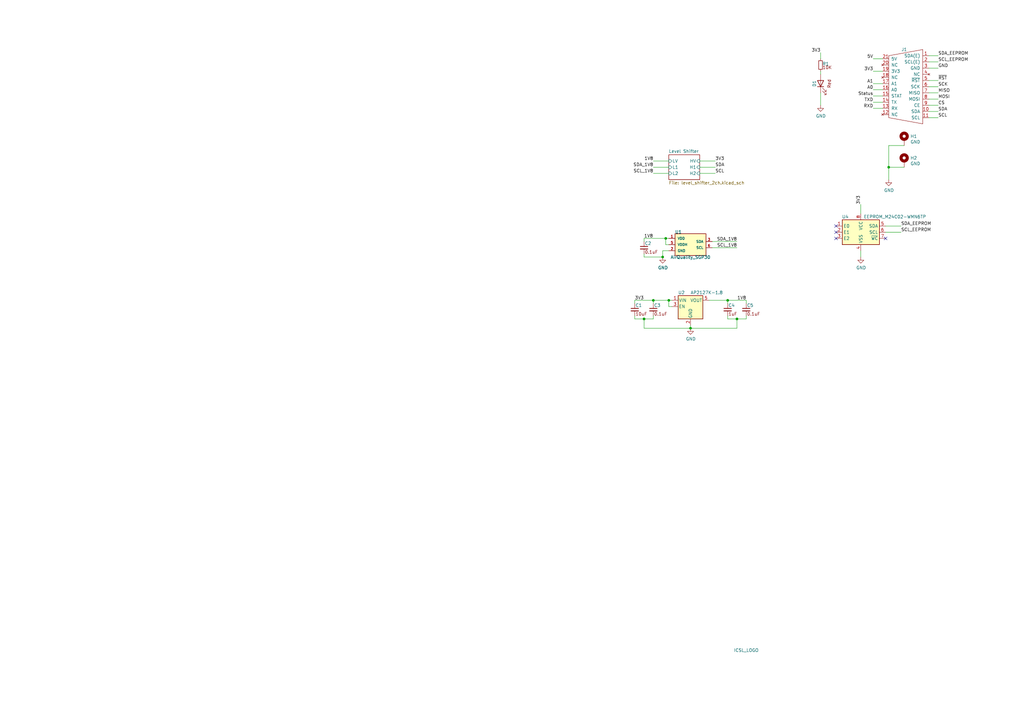
<source format=kicad_sch>
(kicad_sch (version 20211123) (generator eeschema)
  (paper "A3")
  (lib_symbols
    (symbol "ICSL:Amphenol_91911-31321_plug" (pin_names (offset 1.016))
      (property "Reference" "J" (at 0 12.7 0))
      (symbol "Amphenol_91911-31321_plug_0_1"
        (polyline (pts (xy 7.62 -17.78) (xy 7.62 12.7)))
        (polyline (pts (xy 7.62 12.7) (xy -6.35 10.16) (xy -6.35 -15.24) (xy 7.62 -17.78)))
      )
      (symbol "Amphenol_91911-31321_plug_1_1"
        (pin bidirectional line (at 10.16 10.16 180) (length 2.54) (name "SDA(E)") (number "1"))
        (pin bidirectional line (at 10.16 -12.7 180) (length 2.54) (name "SDA") (number "10"))
        (pin output line (at 10.16 -15.24 180) (length 2.54) (name "SCL") (number "11"))
        (pin no_connect line (at -8.89 -13.97 0) (length 2.54) (name "NC") (number "12"))
        (pin input line (at -8.89 -11.43 0) (length 2.54) (name "RX") (number "13"))
        (pin output line (at -8.89 -8.89 0) (length 2.54) (name "TX") (number "14"))
        (pin input line (at -8.89 -6.35 0) (length 2.54) (name "STAT") (number "15"))
        (pin input line (at -8.89 -3.81 0) (length 2.54) (name "A0") (number "16"))
        (pin input line (at -8.89 -1.27 0) (length 2.54) (name "A1") (number "17"))
        (pin no_connect line (at -8.89 1.27 0) (length 2.54) (name "NC") (number "18"))
        (pin power_out line (at -8.89 3.81 0) (length 2.54) (name "3V3") (number "19"))
        (pin output line (at 10.16 7.62 180) (length 2.54) (name "SCL(E)") (number "2"))
        (pin no_connect line (at -8.89 6.35 0) (length 2.54) (name "NC") (number "20"))
        (pin power_out line (at -8.89 8.89 0) (length 2.54) (name "5V") (number "21"))
        (pin power_out line (at 10.16 5.08 180) (length 2.54) (name "GND") (number "3"))
        (pin no_connect line (at 10.16 2.54 180) (length 2.54) (name "NC") (number "4"))
        (pin output line (at 10.16 0 180) (length 2.54) (name "~{RST}") (number "5"))
        (pin output line (at 10.16 -2.54 180) (length 2.54) (name "SCK") (number "6"))
        (pin input line (at 10.16 -5.08 180) (length 2.54) (name "MISO") (number "7"))
        (pin output line (at 10.16 -7.62 180) (length 2.54) (name "MOSI") (number "8"))
        (pin output line (at 10.16 -10.16 180) (length 2.54) (name "CE") (number "9"))
      )
    )
    (symbol "ICSL:ICSL_LOGO"
      (property "Value" "ICSL_LOGO" (at 0 0 0))
    )
    (symbol "Mechanical:MountingHole_Pad" (pin_numbers hide) (pin_names (offset 1.016) hide)
      (property "Reference" "H" (at 0 6.35 0))
      (property "Value" "MountingHole_Pad" (at 0 4.445 0))
      (symbol "MountingHole_Pad_0_1"
        (circle (center 0 1.27) (radius 1.27) (stroke (width 1.27)))
      )
      (symbol "MountingHole_Pad_1_1"
        (pin input line (at 0 -2.54 90) (length 2.54) (name "1") (number "1"))
      )
    )
    (symbol "jlcsmt-ic:EEPROM_M24C02-WMN6TP"
      (property "Reference" "U" (at -6.35 6.35 0))
      (property "Value" "EEPROM_M24C02-WMN6TP" (at 13.97 6.35 0))
      (symbol "EEPROM_M24C02-WMN6TP_0_1"
        (rectangle (start -7.62 5.08) (end 7.62 -5.08) (stroke (width 0.254)) (fill (type background)))
      )
      (symbol "EEPROM_M24C02-WMN6TP_1_1"
        (pin input line (at -10.16 2.54 0) (length 2.54) (name "E0") (number "1"))
        (pin input line (at -10.16 0 0) (length 2.54) (name "E1") (number "2"))
        (pin input line (at -10.16 -2.54 0) (length 2.54) (name "E2") (number "3"))
        (pin power_in line (at 0 -7.62 90) (length 2.54) (name "VSS") (number "4"))
        (pin bidirectional line (at 10.16 2.54 180) (length 2.54) (name "SDA") (number "5"))
        (pin input line (at 10.16 0 180) (length 2.54) (name "SCL") (number "6"))
        (pin input line (at 10.16 -2.54 180) (length 2.54) (name "~{WC}") (number "7"))
        (pin power_in line (at 0 7.62 270) (length 2.54) (name "VCC") (number "8"))
      )
    )
    (symbol "jlcsmt-rcl:C_0402_0.1uF_16V" (pin_numbers hide) (pin_names (offset 0.254) hide)
      (property "Reference" "C" (at 0.254 1.778 0))
      (symbol "C_0402_0.1uF_16V_0_0"
        (text "0.1uF" (at 0.254 -1.778 0) (effects (font (size 1.27 1.27)) (justify left)))
      )
      (symbol "C_0402_0.1uF_16V_0_1"
        (polyline (pts (xy -1.524 -0.508) (xy 1.524 -0.508)) (stroke (width 0.3302)))
        (polyline (pts (xy -1.524 0.508) (xy 1.524 0.508)) (stroke (width 0.3048)))
      )
      (symbol "C_0402_0.1uF_16V_1_1"
        (pin passive line (at 0 2.54 270) (length 2.032) (name "~") (number "1"))
        (pin passive line (at 0 -2.54 90) (length 2.032) (name "~") (number "2"))
      )
    )
    (symbol "jlcsmt-rcl:C_0402_1uF_25V" (pin_numbers hide) (pin_names (offset 0.254) hide)
      (property "Reference" "C" (at 0.254 1.778 0))
      (symbol "C_0402_1uF_25V_0_0"
        (text "1uF" (at 0.254 -1.778 0) (effects (font (size 1.27 1.27)) (justify left)))
      )
      (symbol "C_0402_1uF_25V_0_1"
        (polyline (pts (xy -1.524 -0.508) (xy 1.524 -0.508)) (stroke (width 0.3302)))
        (polyline (pts (xy -1.524 0.508) (xy 1.524 0.508)) (stroke (width 0.3048)))
      )
      (symbol "C_0402_1uF_25V_1_1"
        (pin passive line (at 0 2.54 270) (length 2.032) (name "~") (number "1"))
        (pin passive line (at 0 -2.54 90) (length 2.032) (name "~") (number "2"))
      )
    )
    (symbol "jlcsmt-rcl:C_0603_10uF_10V" (pin_numbers hide) (pin_names (offset 0.254) hide)
      (property "Reference" "C" (at 0.254 1.778 0))
      (symbol "C_0603_10uF_10V_0_0"
        (text "10uF" (at 0.254 -1.778 0) (effects (font (size 1.27 1.27)) (justify left)))
      )
      (symbol "C_0603_10uF_10V_0_1"
        (polyline (pts (xy -1.524 -0.508) (xy 1.524 -0.508)) (stroke (width 0.3302)))
        (polyline (pts (xy -1.524 0.508) (xy 1.524 0.508)) (stroke (width 0.3048)))
      )
      (symbol "C_0603_10uF_10V_1_1"
        (pin passive line (at 0 2.54 270) (length 2.032) (name "~") (number "1"))
        (pin passive line (at 0 -2.54 90) (length 2.032) (name "~") (number "2"))
      )
    )
    (symbol "jlcsmt-rcl:LED_0603_Red" (pin_numbers hide) (pin_names (offset 1.016) hide)
      (property "Reference" "D" (at 0 2.54 0))
      (symbol "LED_0603_Red_0_0"
        (text "Red" (at 0 -3.556 0) (effects (font (size 1.27 1.27))))
      )
      (symbol "LED_0603_Red_0_1"
        (polyline (pts (xy -1.27 -1.27) (xy -1.27 1.27)) (stroke (width 0.254)))
        (polyline (pts (xy -1.27 0) (xy 1.27 0)))
        (polyline (pts (xy 1.27 -1.27) (xy 1.27 1.27) (xy -1.27 0) (xy 1.27 -1.27)) (stroke (width 0.254)))
        (polyline (pts (xy -3.048 -0.762) (xy -4.572 -2.286) (xy -3.81 -2.286) (xy -4.572 -2.286) (xy -4.572 -1.524)))
        (polyline (pts (xy -1.778 -0.762) (xy -3.302 -2.286) (xy -2.54 -2.286) (xy -3.302 -2.286) (xy -3.302 -1.524)))
      )
      (symbol "LED_0603_Red_1_1"
        (pin passive line (at -3.81 0 0) (length 2.54) (name "K") (number "1"))
        (pin passive line (at 3.81 0 180) (length 2.54) (name "A") (number "2"))
      )
    )
    (symbol "jlcsmt-rcl:R_0402_10K" (pin_numbers hide) (pin_names (offset 0.254) hide)
      (property "Reference" "R" (at 0.762 0.508 0))
      (symbol "R_0402_10K_0_0"
        (text "10K" (at 0.762 -1.016 0) (effects (font (size 1.27 1.27)) (justify left)))
      )
      (symbol "R_0402_10K_0_1"
        (rectangle (start -0.762 1.778) (end 0.762 -1.778) (stroke (width 0.2032)))
      )
      (symbol "R_0402_10K_1_1"
        (pin passive line (at 0 2.54 270) (length 0.762) (name "~") (number "1"))
        (pin passive line (at 0 -2.54 90) (length 0.762) (name "~") (number "2"))
      )
    )
    (symbol "jlcsmt-regulator:AP2127K-1.8" (pin_names (offset 0.254))
      (property "Reference" "U" (at -5.08 5.715 0))
      (property "Value" "AP2127K-1.8" (at 0 5.715 0))
      (symbol "AP2127K-1.8_0_1"
        (rectangle (start -5.08 4.445) (end 5.08 -5.08) (stroke (width 0.254)) (fill (type background)))
      )
      (symbol "AP2127K-1.8_1_1"
        (pin power_in line (at -7.62 2.54 0) (length 2.54) (name "VIN") (number "1"))
        (pin power_in line (at 0 -7.62 90) (length 2.54) (name "GND") (number "2"))
        (pin input line (at -7.62 0 0) (length 2.54) (name "EN") (number "3"))
        (pin no_connect line (at 5.08 0 180) (length 2.54) hide (name "NC") (number "4"))
        (pin power_out line (at 7.62 2.54 180) (length 2.54) (name "VOUT") (number "5"))
      )
    )
    (symbol "jlcsmt-sensors:AirQuality_SGP30" (pin_names (offset 1.016))
      (property "Reference" "U" (at -6.35 4.445 0))
      (property "Value" "AirQuality_SGP30" (at 0 -4.445 0))
      (symbol "AirQuality_SGP30_0_0"
        (rectangle (start -6.35 4.445) (end 6.35 -4.445) (stroke (width 0.254)) (fill (type background)))
        (pin power_in line (at -8.89 2.54 0) (length 2.54) (name "VDD") (number "1"))
        (pin power_in line (at -8.89 -2.54 0) (length 2.54) (name "GND") (number "2"))
        (pin bidirectional line (at 8.89 1.27 180) (length 2.54) (name "SDA") (number "3"))
        (pin power_in line (at -8.89 -2.54 0) (length 2.54) hide (name "R") (number "4"))
        (pin power_in line (at -8.89 0 0) (length 2.54) (name "VDDH") (number "5"))
        (pin input line (at 8.89 -1.27 180) (length 2.54) (name "SCL") (number "6"))
        (pin power_in line (at -8.89 -2.54 0) (length 2.54) hide (name "EPAD") (number "7"))
      )
    )
    (symbol "power:GND" (power) (pin_names (offset 0))
      (property "Value" "GND" (at 0 -3.81 0))
      (symbol "GND_0_1"
        (polyline (pts (xy 0 0) (xy 0 -1.27) (xy 1.27 -1.27) (xy 0 -2.54) (xy -1.27 -1.27) (xy 0 -1.27)))
      )
      (symbol "GND_1_1"
        (pin power_in line (at 0 0 270) (length 0) hide (name "GND") (number "1"))
      )
    )
  )
  (junction (at 364.49 68.58))
  (junction (at 302.26 130.81))
  (junction (at 264.16 130.81))
  (junction (at 283.21 134.62))
  (junction (at 271.78 105.41))
  (junction (at 273.05 97.79))
  (junction (at 298.45 123.19))
  (junction (at 267.97 123.19))
  (junction (at 274.32 123.19))
  (no_connect (at 363.22 97.79))
  (no_connect (at 342.9 97.79))
  (no_connect (at 342.9 92.71))
  (no_connect (at 342.9 95.25))
  (wire (pts (xy 290.83 123.19) (xy 298.45 123.19)))
  (wire (pts (xy 267.97 130.81) (xy 267.97 129.54)))
  (wire (pts (xy 264.16 97.79) (xy 273.05 97.79)))
  (wire (pts (xy 358.14 29.21) (xy 361.95 29.21)))
  (wire (pts (xy 264.16 99.06) (xy 264.16 97.79)))
  (wire (pts (xy 364.49 73.66) (xy 364.49 68.58)))
  (wire (pts (xy 358.14 41.91) (xy 361.95 41.91)))
  (wire (pts (xy 264.16 134.62) (xy 283.21 134.62)))
  (wire (pts (xy 298.45 123.19) (xy 298.45 124.46)))
  (wire (pts (xy 287.02 66.04) (xy 293.37 66.04)))
  (wire (pts (xy 306.07 129.54) (xy 306.07 130.81)))
  (wire (pts (xy 381 22.86) (xy 384.81 22.86)))
  (wire (pts (xy 273.05 100.33) (xy 273.05 97.79)))
  (wire (pts (xy 264.16 105.41) (xy 271.78 105.41)))
  (wire (pts (xy 274.32 102.87) (xy 271.78 102.87)))
  (wire (pts (xy 363.22 92.71) (xy 369.57 92.71)))
  (wire (pts (xy 260.35 124.46) (xy 260.35 123.19)))
  (wire (pts (xy 358.14 44.45) (xy 361.95 44.45)))
  (wire (pts (xy 264.16 130.81) (xy 264.16 134.62)))
  (wire (pts (xy 260.35 129.54) (xy 260.35 130.81)))
  (wire (pts (xy 302.26 130.81) (xy 306.07 130.81)))
  (wire (pts (xy 364.49 59.69) (xy 370.84 59.69)))
  (wire (pts (xy 381 43.18) (xy 384.81 43.18)))
  (wire (pts (xy 267.97 123.19) (xy 267.97 124.46)))
  (wire (pts (xy 264.16 130.81) (xy 267.97 130.81)))
  (wire (pts (xy 381 35.56) (xy 384.81 35.56)))
  (wire (pts (xy 381 45.72) (xy 384.81 45.72)))
  (wire (pts (xy 283.21 134.62) (xy 302.26 134.62)))
  (wire (pts (xy 267.97 66.04) (xy 274.32 66.04)))
  (wire (pts (xy 273.05 97.79) (xy 274.32 97.79)))
  (wire (pts (xy 271.78 102.87) (xy 271.78 105.41)))
  (wire (pts (xy 298.45 129.54) (xy 298.45 130.81)))
  (wire (pts (xy 381 27.94) (xy 384.81 27.94)))
  (wire (pts (xy 267.97 71.12) (xy 274.32 71.12)))
  (wire (pts (xy 306.07 124.46) (xy 306.07 123.19)))
  (wire (pts (xy 274.32 100.33) (xy 273.05 100.33)))
  (wire (pts (xy 287.02 71.12) (xy 293.37 71.12)))
  (wire (pts (xy 283.21 133.35) (xy 283.21 134.62)))
  (wire (pts (xy 267.97 68.58) (xy 274.32 68.58)))
  (wire (pts (xy 381 40.64) (xy 384.81 40.64)))
  (wire (pts (xy 260.35 123.19) (xy 267.97 123.19)))
  (wire (pts (xy 302.26 134.62) (xy 302.26 130.81)))
  (wire (pts (xy 358.14 34.29) (xy 361.95 34.29)))
  (wire (pts (xy 292.1 101.6) (xy 302.26 101.6)))
  (wire (pts (xy 364.49 68.58) (xy 370.84 68.58)))
  (wire (pts (xy 381 38.1) (xy 384.81 38.1)))
  (wire (pts (xy 381 33.02) (xy 384.81 33.02)))
  (wire (pts (xy 381 48.26) (xy 384.81 48.26)))
  (wire (pts (xy 364.49 68.58) (xy 364.49 59.69)))
  (wire (pts (xy 358.14 24.13) (xy 361.95 24.13)))
  (wire (pts (xy 287.02 68.58) (xy 293.37 68.58)))
  (wire (pts (xy 264.16 105.41) (xy 264.16 104.14)))
  (wire (pts (xy 358.14 36.83) (xy 361.95 36.83)))
  (wire (pts (xy 381 25.4) (xy 384.81 25.4)))
  (wire (pts (xy 274.32 123.19) (xy 274.32 125.73)))
  (wire (pts (xy 336.55 29.21) (xy 336.55 30.48)))
  (wire (pts (xy 363.22 95.25) (xy 369.57 95.25)))
  (wire (pts (xy 260.35 130.81) (xy 264.16 130.81)))
  (wire (pts (xy 274.32 123.19) (xy 275.59 123.19)))
  (wire (pts (xy 292.1 99.06) (xy 302.26 99.06)))
  (wire (pts (xy 358.14 39.37) (xy 361.95 39.37)))
  (wire (pts (xy 353.06 105.41) (xy 353.06 102.87)))
  (wire (pts (xy 336.55 43.18) (xy 336.55 38.1)))
  (wire (pts (xy 298.45 130.81) (xy 302.26 130.81)))
  (wire (pts (xy 267.97 123.19) (xy 274.32 123.19)))
  (wire (pts (xy 336.55 21.59) (xy 336.55 24.13)))
  (wire (pts (xy 298.45 123.19) (xy 306.07 123.19)))
  (wire (pts (xy 275.59 125.73) (xy 274.32 125.73)))
  (wire (pts (xy 353.06 83.82) (xy 353.06 87.63)))
  (label "1V8" (at 264.16 97.79 0))
  (label "SDA_EEPROM" (at 369.57 92.71 0))
  (label "SDA_EEPROM" (at 384.81 22.86 0))
  (label "1V8" (at 306.07 123.19 180))
  (label "3V3" (at 293.37 66.04 0))
  (label "SCL_1V8" (at 302.26 101.6 180))
  (label "3V3" (at 358.14 29.21 180))
  (label "SDA_1V8" (at 302.26 99.06 180))
  (label "SCK" (at 384.81 35.56 0))
  (label "GND" (at 384.81 27.94 0))
  (label "3V3" (at 353.06 83.82 90))
  (label "A0" (at 358.14 36.83 180))
  (label "MOSI" (at 384.81 40.64 0))
  (label "~{RST}" (at 384.81 33.02 0))
  (label "5V" (at 358.14 24.13 180))
  (label "MISO" (at 384.81 38.1 0))
  (label "A1" (at 358.14 34.29 180))
  (label "SDA" (at 384.81 45.72 0))
  (label "CS" (at 384.81 43.18 0))
  (label "SCL_1V8" (at 267.97 71.12 180))
  (label "TXD" (at 358.14 41.91 180))
  (label "Status" (at 358.14 39.37 180))
  (label "3V3" (at 260.35 123.19 0))
  (label "RXD" (at 358.14 44.45 180))
  (label "SCL" (at 293.37 71.12 0))
  (label "3V3" (at 336.55 21.59 180))
  (label "SCL_EEPROM" (at 384.81 25.4 0))
  (label "SCL" (at 384.81 48.26 0))
  (label "SCL_EEPROM" (at 369.57 95.25 0))
  (label "SDA" (at 293.37 68.58 0))
  (label "1V8" (at 267.97 66.04 180))
  (label "SDA_1V8" (at 267.97 68.58 180))
  (symbol (lib_id "Mechanical:MountingHole_Pad") (at 370.84 57.15 0) (unit 1)
    (property "Reference" "H1" (at 373.38 55.9054 0) (effects (justify left)))
    (property "Value" "GND" (at 373.38 58.2168 0) (effects (justify left)))
    (property "Footprint" "ICSL:M1502-B-2545-AL-TOP" (effects hide))
  )
  (symbol (lib_id "Mechanical:MountingHole_Pad") (at 370.84 66.04 0) (unit 1)
    (property "Reference" "H2" (at 373.38 64.7954 0) (effects (justify left)))
    (property "Value" "GND" (at 373.38 67.1068 0) (effects (justify left)))
    (property "Footprint" "ICSL:M1502-B-2545-AL-TOP" (effects hide))
  )
  (symbol (lib_id "power:GND") (at 364.49 73.66 0) (unit 1)
    (property "Reference" "#PWR05" (effects hide))
    (property "Value" "GND" (at 364.617 78.0542 0))
  )
  (symbol (lib_id "ICSL:Amphenol_91911-31321_plug") (at 370.84 33.02 0) (unit 1)
    (property "Reference" "J1" (at 370.84 20.32 0))
    (property "Value" "Amphenol_91911-31321_plug" (effects hide))
    (property "Footprint" "ICSL:Amphenol_91911-31321LF_PLUG" (effects hide))
    (property "Datasheet" "https://cdn.amphenol-icc.com/media/wysiwyg/files/drawing/91900.pdf" (effects hide))
    (property "LCSC" "C9900009023" (effects hide))
  )
  (symbol (lib_id "power:GND") (at 336.55 43.18 0) (unit 1)
    (property "Reference" "#PWR03" (effects hide))
    (property "Value" "GND" (at 336.677 47.5742 0))
  )
  (symbol (lib_id "jlcsmt-rcl:R_0402_10K") (at 336.55 26.67 0) (unit 1)
    (property "Reference" "R1" (at 337.312 26.162 0) (effects (justify left)))
    (property "Value" "R_0402_10K" (effects hide))
    (property "Footprint" "Resistor_SMD:R_0402_1005Metric" (effects hide))
    (property "Datasheet" "https://datasheet.lcsc.com/lcsc/2110260030_UNI-ROYAL-Uniroyal-Elec-0402WGF1002TCE_C25744.pdf" (effects hide))
    (property "MFR" "UNI-ROYAL(Uniroyal Elec)" (effects hide))
    (property "MFR Part#" "0402WGF1002TCE" (effects hide))
    (property "LCSC" "C25744" (effects hide))
  )
  (symbol (lib_id "jlcsmt-rcl:C_0402_1uF_25V") (at 298.45 127 0) (unit 1)
    (property "Reference" "C4" (at 298.704 125.222 0) (effects (justify left)))
    (property "Value" "C_0402_1uF_25V" (effects hide))
    (property "Footprint" "Capacitor_SMD:C_0402_1005Metric" (effects hide))
    (property "Datasheet" "https://datasheet.lcsc.com/lcsc/1811091611_Samsung-Electro-Mechanics-CL05A105KA5NQNC_C52923.pdf" (effects hide))
    (property "MFR" "Samsung Electro-Mechanics" (effects hide))
    (property "MFR Part#" "CL05A105KA5NQNC" (effects hide))
    (property "LCSC" "C52923" (effects hide))
  )
  (symbol (lib_id "jlcsmt-sensors:AirQuality_SGP30") (at 283.21 100.33 0) (unit 1)
    (property "Reference" "U1" (at 276.86 95.885 0) (effects (justify left bottom)))
    (property "Value" "AirQuality_SGP30" (at 283.21 104.775 0) (effects (justify top)))
    (property "Footprint" "jlcsmt:SGP30" (effects hide))
    (property "Datasheet" "https://datasheet.lcsc.com/lcsc/2004151334_Sensirion-SGP30-2-5k_C514454.pdf" (effects hide))
    (property "MFR" "Sensirion" (effects hide))
    (property "MFR Part#" "SGP30-2.5k" (effects hide))
    (property "LCSC" "C514454" (effects hide))
  )
  (symbol (lib_id "ICSL:ICSL_LOGO") (at 306.07 266.7 0) (unit 1)
    (property "Reference" "U3" (effects hide))
    (property "Value" "ICSL_LOGO" (at 306.07 266.7 0))
    (property "Footprint" "ICSL:icsl_logo" (effects hide))
  )
  (symbol (lib_id "jlcsmt-rcl:C_0603_10uF_10V") (at 260.35 127 0) (unit 1)
    (property "Reference" "C1" (at 260.604 125.222 0) (effects (justify left)))
    (property "Value" "C_0603_10uF_10V" (effects hide))
    (property "Footprint" "Capacitor_SMD:C_0603_1608Metric" (effects hide))
    (property "Datasheet" "https://datasheet.lcsc.com/lcsc/1810191219_Samsung-Electro-Mechanics-CL10A106KP8NNNC_C19702.pdf" (effects hide))
    (property "MFR" "Samsung Electro-Mechanics" (effects hide))
    (property "MFR Part#" "CL10A106KP8NNNC" (effects hide))
    (property "LCSC" "C19702" (effects hide))
  )
  (symbol (lib_id "power:GND") (at 353.06 105.41 0) (unit 1)
    (property "Reference" "#PWR04" (effects hide))
    (property "Value" "GND" (at 353.187 109.8042 0))
  )
  (symbol (lib_id "jlcsmt-rcl:LED_0603_Red") (at 336.55 34.29 90) (unit 1)
    (property "Reference" "D1" (at 334.01 34.29 0))
    (property "Value" "LED_0603_Red" (effects hide))
    (property "Footprint" "jlcsmt:LED_0603_1608Metric" (effects hide))
    (property "Datasheet" "https://datasheet.lcsc.com/lcsc/1810231112_Hubei-KENTO-Elec-KT-0603R_C2286.pdf" (effects hide))
    (property "MFR" "Hubei KENTO Elec" (effects hide))
    (property "MFR Part#" "KT-0603R" (effects hide))
    (property "LCSC" "C2286" (effects hide))
  )
  (symbol (lib_id "jlcsmt-rcl:C_0402_0.1uF_16V") (at 264.16 101.6 0) (unit 1)
    (property "Reference" "C2" (at 264.414 99.822 0) (effects (justify left)))
    (property "Value" "C_0402_0.1uF_16V" (effects hide))
    (property "Footprint" "Capacitor_SMD:C_0402_1005Metric" (effects hide))
    (property "Datasheet" "https://datasheet.lcsc.com/lcsc/1810191219_Samsung-Electro-Mechanics-CL05B104KO5NNNC_C1525.pdf" (effects hide))
    (property "MFR" "Samsung Electro-Mechanics" (effects hide))
    (property "MFR Part#" "CL05B104KO5NNNC" (effects hide))
    (property "LCSC" "C1525" (effects hide))
  )
  (symbol (lib_id "jlcsmt-ic:EEPROM_M24C02-WMN6TP") (at 353.06 95.25 0) (unit 1)
    (property "Reference" "U4" (at 346.71 88.9 0))
    (property "Value" "EEPROM_M24C02-WMN6TP" (at 367.03 88.9 0))
    (property "Footprint" "jlcsmt:SOIC-8_3.9x4.9mm_P1.27mm" (effects hide))
    (property "Datasheet" "https://datasheet.lcsc.com/lcsc/1809061818_STMicroelectronics-M24C02-WMN6TP_C7562.pdf" (effects hide))
    (property "MFR" "STMicroelectronics" (effects hide))
    (property "MFR Part#" "M24C02-WMN6TP" (effects hide))
    (property "LCSC" "C7562" (effects hide))
  )
  (symbol (lib_id "jlcsmt-rcl:C_0402_0.1uF_16V") (at 267.97 127 0) (unit 1)
    (property "Reference" "C3" (at 268.224 125.222 0) (effects (justify left)))
    (property "Value" "C_0402_0.1uF_16V" (effects hide))
    (property "Footprint" "Capacitor_SMD:C_0402_1005Metric" (effects hide))
    (property "Datasheet" "https://datasheet.lcsc.com/lcsc/1810191219_Samsung-Electro-Mechanics-CL05B104KO5NNNC_C1525.pdf" (effects hide))
    (property "MFR" "Samsung Electro-Mechanics" (effects hide))
    (property "MFR Part#" "CL05B104KO5NNNC" (effects hide))
    (property "LCSC" "C1525" (effects hide))
  )
  (symbol (lib_id "power:GND") (at 283.21 134.62 0) (unit 1)
    (property "Reference" "#PWR02" (effects hide))
    (property "Value" "GND" (at 283.337 139.0142 0))
  )
  (symbol (lib_id "power:GND") (at 271.78 105.41 0) (unit 1)
    (property "Reference" "#PWR01" (effects hide))
    (property "Value" "GND" (at 271.907 109.8042 0))
  )
  (symbol (lib_id "jlcsmt-rcl:C_0402_0.1uF_16V") (at 306.07 127 0) (unit 1)
    (property "Reference" "C5" (at 306.324 125.222 0) (effects (justify left)))
    (property "Value" "C_0402_0.1uF_16V" (effects hide))
    (property "Footprint" "Capacitor_SMD:C_0402_1005Metric" (effects hide))
    (property "Datasheet" "https://datasheet.lcsc.com/lcsc/1810191219_Samsung-Electro-Mechanics-CL05B104KO5NNNC_C1525.pdf" (effects hide))
    (property "MFR" "Samsung Electro-Mechanics" (effects hide))
    (property "MFR Part#" "CL05B104KO5NNNC" (effects hide))
    (property "LCSC" "C1525" (effects hide))
  )
  (symbol (lib_id "jlcsmt-regulator:AP2127K-1.8") (at 283.21 125.73 0) (unit 1)
    (property "Reference" "U2" (at 278.13 120.015 0) (effects (justify left)))
    (property "Value" "AP2127K-1.8" (at 283.21 120.015 0) (effects (justify left)))
    (property "Footprint" "jlcsmt:SOT-23-5" (effects hide))
    (property "Datasheet" "https://datasheet.lcsc.com/lcsc/1809301213_Diodes-Incorporated-AP2127K-1-8TRG1_C151375.pdf" (effects hide))
    (property "MFC" "Diodes Incorporated" (effects hide))
    (property "MCF Part#" "AP2127K-1.8TRG1" (effects hide))
    (property "LCSC" "C151375" (effects hide))
  )
  (sheet (at 274.32 63.5) (size 12.7 10.16) (stroke (width 0.1524))
    (property "Sheet name" "Level Shifter" (at 274.32 62.7884 0) (effects (justify left bottom)))
    (property "Sheet file" "level_shifter_2ch.kicad_sch" (at 274.32 74.2446 0) (effects (justify left top)))
    (pin "LV" input (at 274.32 66.04 180))
    (pin "H1" input (at 287.02 68.58 0))
    (pin "HV" input (at 287.02 66.04 0))
    (pin "L2" input (at 274.32 71.12 180))
    (pin "L1" input (at 274.32 68.58 180))
    (pin "H2" input (at 287.02 71.12 0))
  )
)
</source>
